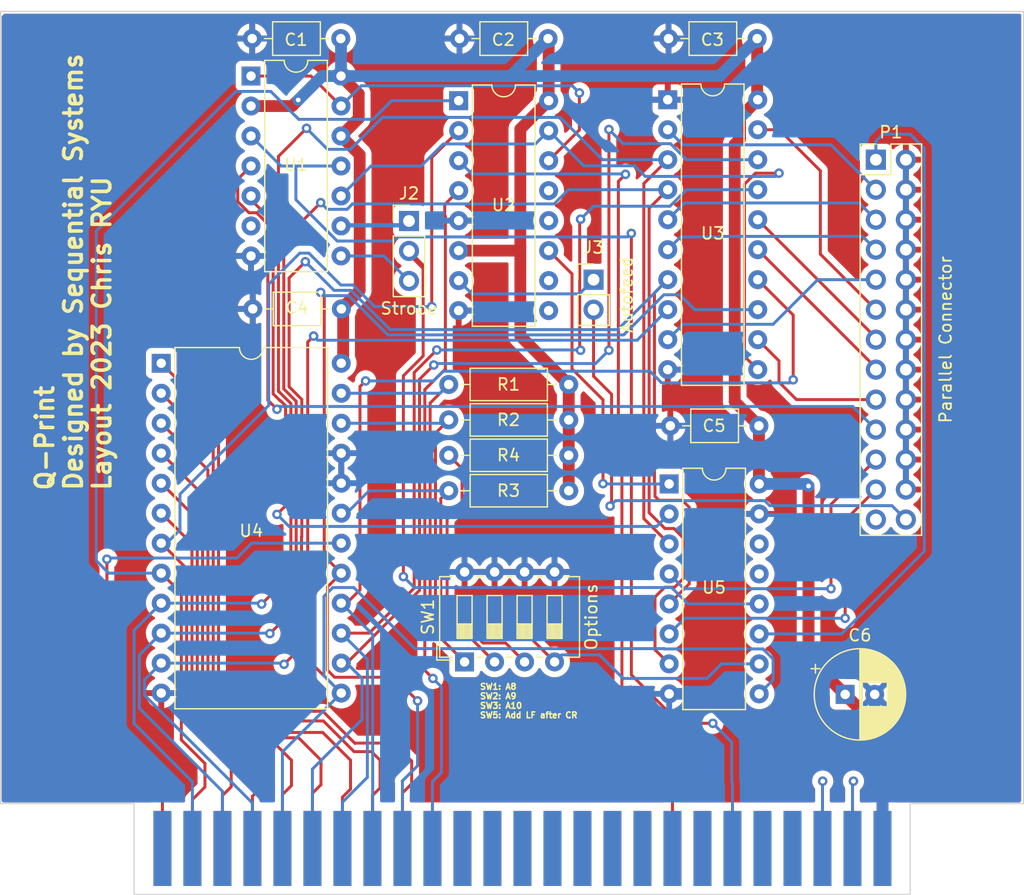
<source format=kicad_pcb>
(kicad_pcb (version 20221018) (generator pcbnew)
  (layers (0 "F.Cu" signal) (31 "B.Cu" signal) (34 "B.Paste" user) (35 "F.Paste" user) (36 "B.SilkS" user "B.Silkscreen") (37 "F.SilkS" user "F.Silkscreen") (38 "B.Mask" user) (39 "F.Mask" user) (44 "Edge.Cuts" user))
  (net 0 "")
  (net 1 "+5V")
  (net 2 "GND")
  (net 3 "~{IOSEL}")
  (net 4 "PD0")
  (net 5 "PD1")
  (net 6 "PD2")
  (net 7 "PD3")
  (net 8 "PD4")
  (net 9 "PD5")
  (net 10 "PD6")
  (net 11 "PD7")
  (net 17 "Net-(J3-Pin_1)")
  (net 21 "R{slash}~{W}")
  (net 26 "Net-(BUS1-~{INTIN})")
  (net 27 "Net-(BUS1-~{DMAIN})")
  (net 30 "~{RESET}")
  (net 34 "A7")
  (net 35 "A6")
  (net 36 "A5")
  (net 37 "A4")
  (net 38 "A3")
  (net 39 "A2")
  (net 40 "A1")
  (net 41 "A0")
  (net 48 "~{DEVSEL}")
  (net 50 "~{STROBE}")
  (net 51 "STROBE")
  (net 52 "P_AUTOFEED")
  (net 53 "P_STROBE")
  (net 54 "P_ACK")
  (net 55 "P_BUSY")
  (net 56 "D7")
  (net 57 "D6")
  (net 58 "D5")
  (net 59 "D4")
  (net 60 "D3")
  (net 61 "D2")
  (net 62 "D1")
  (net 63 "D0")
  (net 64 "P_PAPER_END")
  (net 65 "Net-(U4-A8)")
  (net 66 "Net-(U4-A9)")
  (net 67 "Net-(U4-A10)")
  (net 69 "AUTOFEED")
  (net 70 "FF_RESET")
  (net 72 "ACK")
  (net 73 "DATA_ENABLE")
  (net 74 "STATUS_ENABLE")
  (net 81 "Net-(J2-Pin_2)")
  (footprint "Connector_PinHeader_2.54mm:PinHeader_1x02_P2.54mm_Vertical" (layer "F.Cu") (at 113.175 47.725)
    (fp_text reference "J3")
    (fp_text value "Autofeed")
  )
  (footprint "apple2:Male_Card-Edge_50_pin__100_mil" (layer "F.Cu") (at 107.155 95.9)
    (fp_text reference "BUS1" hide)
    (fp_text value "A2Bus" hide)
  )
  (footprint "Capacitor_THT:C_Axial_L3.8mm_D2.6mm_P7.50mm_Horizontal" (layer "F.Cu") (at 91.775 27.3 180)
    (fp_text reference "C1")
    (fp_text value "0.1")
  )
  (footprint "Capacitor_THT:C_Axial_L3.8mm_D2.6mm_P7.50mm_Horizontal" (layer "F.Cu") (at 91.825 50.2 180)
    (fp_text reference "C4")
    (fp_text value "0.1")
  )
  (footprint "Package_DIP:DIP-14_W7.62mm" (layer "F.Cu") (at 84.175 30.475)
    (fp_text reference "U1")
    (fp_text value "74LS74")
  )
  (footprint "Capacitor_THT:C_Axial_L3.8mm_D2.6mm_P7.50mm_Horizontal" (layer "F.Cu") (at 109.325 27.3 180)
    (fp_text reference "C2")
    (fp_text value "0.1")
  )
  (footprint "Resistor_THT:R_Axial_DIN0207_L6.3mm_D2.5mm_P10.16mm_Horizontal" (layer "F.Cu") (at 111.075 56.6 180)
    (fp_text reference "R1")
    (fp_text value "10k")
  )
  (footprint "Button_Switch_THT:SW_DIP_SPSTx04_Slide_6.7x11.72mm_W7.62mm_P2.54mm_LowProfile" (layer "F.Cu") (at 102.255 80.1 90)
    (fp_text reference "SW1")
    (fp_text value "Options")
  )
  (footprint "Connector_PinHeader_2.54mm:PinHeader_1x03_P2.54mm_Vertical" (layer "F.Cu") (at 97.55 42.75)
    (fp_text reference "J2")
    (fp_text value "Strobe")
  )
  (footprint "Resistor_THT:R_Axial_DIN0207_L6.3mm_D2.5mm_P10.16mm_Horizontal" (layer "F.Cu") (at 111.075 65.6 180)
    (fp_text reference "R3")
    (fp_text value "10k")
  )
  (footprint "Capacitor_THT:CP_Radial_D7.5mm_P2.50mm" (layer "F.Cu") (at 134.475 82.85)
    (fp_text reference "C6")
    (fp_text value "1uF")
  )
  (footprint "Package_DIP:DIP-16_W7.62mm" (layer "F.Cu") (at 101.755 32.56)
    (fp_text reference "U2")
    (fp_text value "74LS138")
  )
  (footprint "Package_DIP:DIP-24_W15.24mm" (layer "F.Cu") (at 76.575 54.8)
    (fp_text reference "U4")
    (fp_text value "2732")
  )
  (footprint "Capacitor_THT:C_Axial_L3.8mm_D2.6mm_P7.50mm_Horizontal" (layer "F.Cu") (at 127.025 27.3 180)
    (fp_text reference "C3")
    (fp_text value "0.1")
  )
  (footprint "Resistor_THT:R_Axial_DIN0207_L6.3mm_D2.5mm_P10.16mm_Horizontal" (layer "F.Cu") (at 111.075 59.6 180)
    (fp_text reference "R2")
    (fp_text value "10k")
  )
  (footprint "Package_DIP:DIP-16_W7.62mm" (layer "F.Cu") (at 119.575 65.025)
    (fp_text reference "U5")
    (fp_text value "74LS367")
  )
  (footprint "Capacitor_THT:C_Axial_L3.8mm_D2.6mm_P7.50mm_Horizontal" (layer "F.Cu") (at 127.175 60.1 180)
    (fp_text reference "C5")
    (fp_text value "0.1")
  )
  (footprint "Package_DIP:DIP-20_W7.62mm" (layer "F.Cu") (at 119.455 32.48)
    (fp_text reference "U3")
    (fp_text value "74LS374")
  )
  (footprint "Resistor_THT:R_Axial_DIN0207_L6.3mm_D2.5mm_P10.16mm_Horizontal" (layer "F.Cu") (at 111.075 62.6 180)
    (fp_text reference "R4")
    (fp_text value "10k")
  )
  (footprint "apple2:Parallel Connector" (layer "F.Cu") (at 137.075 37.56)
    (fp_text reference "P1")
    (fp_text value "Parallel Connector")
  )
  (gr_line (start 139.975 99.8) (end 74.275 99.8) (stroke (width 0.1)) (layer "Edge.Cuts"))
  (gr_line (start 149.575 92.1) (end 139.975 92.1) (stroke (width 0.1)) (layer "Edge.Cuts"))
  (gr_line (start 139.975 92.1) (end 139.975 99.8) (stroke (width 0.1)) (layer "Edge.Cuts"))
  (gr_line (start 149.575 25) (end 149.575 92.1) (stroke (width 0.1)) (layer "Edge.Cuts"))
  (gr_line (start 62.975 92.1) (end 74.275 92.1) (stroke (width 0.1)) (layer "Edge.Cuts"))
  (gr_line (start 74.275 99.8) (end 74.275 92.1) (stroke (width 0.1)) (layer "Edge.Cuts"))
  (gr_line (start 62.975 25) (end 62.975 92.1) (stroke (width 0.1)) (layer "Edge.Cuts"))
  (gr_line (start 149.575 25) (end 62.975 25) (stroke (width 0.1)) (layer "Edge.Cuts"))
  (gr_text "SW1: A8\nSW2: A9\nSW3: A10\nSW5: Add LF after CR" (at 103.5 84.9) (layer "F.SilkS") (effects (font (size 0.5 0.5) (thickness 0.125)) (justify left bottom)))
  (gr_text "Q-Print\nDesigned by Sequential Systems\nLayout 2023 Chris RYU" (at 72.425 65.725 90) (layer "F.SilkS") (effects (font (size 1.5 1.5) (thickness 0.3) bold) (justify left bottom)))
  (segment (start 93.295 31.975) (end 93.295 34.055) (width 1) (layer "F.Cu") (net 1))
  (segment (start 93.295 34.055) (end 91.795 35.555) (width 1) (layer "F.Cu") (net 1))
  (segment (start 93.375 48.633274) (end 91.975 50.033274) (width 1) (layer "F.Cu") (net 1))
  (segment (start 127.175 60.1) (end 127.175 65.005) (width 1) (layer "F.Cu") (net 1))
  (segment (start 111.075 56.6) (end 106.975 52.5) (width 1) (layer "F.Cu") (net 1))
  (segment (start 137.635 86.043679) (end 137.635 95.9) (width 1) (layer "F.Cu") (net 1))
  (segment (start 111.075 62.6) (end 111.075 65.6) (width 1) (layer "F.Cu") (net 1))
  (segment (start 91.795 35.555) (end 93.375 37.135) (width 1) (layer "F.Cu") (net 1))
  (segment (start 106.975 34.96) (end 109.375 32.56) (width 1) (layer "F.Cu") (net 1))
  (segment (start 84.175 33.015) (end 87.66 33.015) (width 1) (layer "F.Cu") (net 1))
  (segment (start 111.075 56.6) (end 111.075 59.6) (width 1) (layer "F.Cu") (net 1))
  (segment (start 134.475 82.85) (end 131.375 79.75) (width 1) (layer "F.Cu") (net 1))
  (segment (start 137.635 86.01) (end 137.635 95.9) (width 1) (layer "F.Cu") (net 1))
  (segment (start 125.575 33.98) (end 125.575 35.8) (width 1) (layer "F.Cu") (net 1))
  (segment (start 91.795 30.475) (end 93.295 31.975) (width 1) (layer "F.Cu") (net 1))
  (segment (start 91.975 50.2) (end 91.975 54.5) (width 1) (layer "F.Cu") (net 1))
  (segment (start 125.125 36.25) (end 125.125 58.05) (width 1) (layer "F.Cu") (net 1))
  (segment (start 127.025 27.6) (end 127.025 32.43) (width 1) (layer "F.Cu") (net 1))
  (segment (start 127.075 32.48) (end 125.575 33.98) (width 1) (layer "F.Cu") (net 1))
  (segment (start 87.66 33.015) (end 88.175 32.5) (width 1) (layer "F.Cu") (net 1))
  (segment (start 131.375 79.783679) (end 137.635 86.043679) (width 1) (layer "F.Cu") (net 1))
  (segment (start 125.575 35.8) (end 125.125 36.25) (width 1) (layer "F.Cu") (net 1))
  (segment (start 109.375 32.56) (end 109.375 27.35) (width 1) (layer "F.Cu") (net 1))
  (segment (start 131.375 79.75) (end 131.375 65.2) (width 1) (layer "F.Cu") (net 1))
  (segment (start 106.975 45) (end 106.975 34.96) (width 1) (layer "F.Cu") (net 1))
  (segment (start 106.975 52.5) (end 106.975 45) (width 1) (layer "F.Cu") (net 1))
  (segment (start 134.475 82.85) (end 137.635 86.01) (width 1) (layer "F.Cu") (net 1))
  (segment (start 101.755 45.26) (end 106.715 45.26) (width 1) (layer "F.Cu") (net 1))
  (segment (start 91.825 50.2) (end 91.825 54.79) (width 0.25) (layer "F.Cu") (net 1))
  (segment (start 125.125 58.05) (end 127.175 60.1) (width 1) (layer "F.Cu") (net 1))
  (segment (start 93.375 37.135) (end 93.375 48.633274) (width 1) (layer "F.Cu") (net 1))
  (segment (start 111.075 59.6) (end 111.075 62.6) (width 1) (layer "F.Cu") (net 1))
  (segment (start 131.375 79.783679) (end 131.375 65.2) (width 1) (layer "F.Cu") (net 1))
  (segment (start 106.715 45.26) (end 106.975 45) (width 1) (layer "F.Cu") (net 1))
  (via (at 131.375 65.2) (size 0.8) (drill 0.4) (layers "F.Cu" "B.Cu") (net 1))
  (via (at 88.175 32.5) (size 0.8) (drill 0.4) (layers "F.Cu" "B.Cu") (net 1))
  (segment (start 131.2 65.025) (end 131.375 65.2) (width 1) (layer "B.Cu") (net 1))
  (segment (start 91.795 30.475) (end 91.795 27.32) (width 1) (layer "B.Cu") (net 1))
  (segment (start 90.2 30.475) (end 88.175 32.5) (width 1) (layer "B.Cu") (net 1))
  (segment (start 123.85 30.475) (end 127.025 27.3) (width 1) (layer "B.Cu") (net 1))
  (segment (start 91.795 30.475) (end 106.15 30.475) (width 1) (layer "B.Cu") (net 1))
  (segment (start 127.195 65.025) (end 131.2 65.025) (width 1) (layer "B.Cu") (net 1))
  (segment (start 106.15 30.475) (end 109.325 27.3) (width 1) (layer "B.Cu") (net 1))
  (segment (start 106.15 30.475) (end 123.85 30.475) (width 1) (layer "B.Cu") (net 1))
  (segment (start 91.795 30.475) (end 90.2 30.475) (width 1) (layer "B.Cu") (net 1))
  (segment (start 119.455 27.67) (end 119.525 27.6) (width 1) (layer "F.Cu") (net 2))
  (segment (start 137.635 90.26) (end 137.635 91.65) (width 1) (layer "B.Cu") (net 2))
  (segment (start 137.635 91.65) (end 137.635 95.9) (width 1) (layer "B.Cu") (net 2))
  (segment (start 133.475 86.1) (end 137.635 90.26) (width 1) (layer "B.Cu") (net 2))
  (segment (start 123.590317 84.059683) (end 125.630635 86.1) (width 1) (layer "B.Cu") (net 2))
  (segment (start 137.635 91.65) (end 136.975 90.99) (width 1) (layer "B.Cu") (net 2))
  (segment (start 125.630635 86.1) (end 133.475 86.1) (width 1) (layer "B.Cu") (net 2))
  (segment (start 123.590317 84.059683) (end 122.335634 82.805) (width 1) (layer "B.Cu") (net 2))
  (segment (start 122.335634 82.805) (end 119.575 82.805) (width 1) (layer "B.Cu") (net 2))
  (segment (start 136.975 90.99) (end 136.975 82.85) (width 1) (layer "B.Cu") (net 2))
  (segment (start 71.975 87.2) (end 76.675 91.9) (width 0.25) (layer "F.Cu") (net 3))
  (segment (start 76.675 91.9) (end 76.675 95.9) (width 0.25) (layer "F.Cu") (net 3))
  (segment (start 71.975 71.4) (end 71.975 87.2) (width 0.25) (layer "F.Cu") (net 3))
  (via (at 71.975 71.4) (size 0.8) (drill 0.4) (layers "F.Cu" "B.Cu") (net 3))
  (segment (start 92.275 70.04) (end 84.235 70.04) (width 0.25) (layer "B.Cu") (net 3))
  (segment (start 72.075 71.3) (end 71.975 71.4) (width 0.25) (layer "B.Cu") (net 3))
  (segment (start 82.975 71.3) (end 72.075 71.3) (width 0.25) (layer "B.Cu") (net 3))
  (segment (start 84.235 70.04) (end 82.975 71.3) (width 0.25) (layer "B.Cu") (net 3))
  (segment (start 137.075 40.1) (end 133.275 36.3) (width 0.25) (layer "B.Cu") (net 4))
  (segment (start 120.735 36.3) (end 119.455 35.02) (width 0.25) (layer "B.Cu") (net 4))
  (segment (start 133.275 36.3) (end 120.735 36.3) (width 0.25) (layer "B.Cu") (net 4))
  (segment (start 120.87 41.225) (end 135.66 41.225) (width 0.25) (layer "B.Cu") (net 5))
  (segment (start 135.66 41.225) (end 137.075 42.64) (width 0.25) (layer "B.Cu") (net 5))
  (segment (start 119.455 42.64) (end 120.87 41.225) (width 0.25) (layer "B.Cu") (net 5))
  (segment (start 123.875 44.055) (end 135.95 44.055) (width 0.25) (layer "B.Cu") (net 6))
  (segment (start 123.83 44.1) (end 123.875 44.055) (width 0.25) (layer "B.Cu") (net 6))
  (segment (start 135.95 44.055) (end 137.075 45.18) (width 0.25) (layer "B.Cu") (net 6))
  (segment (start 119.455 45.18) (end 120.535 44.1) (width 0.25) (layer "B.Cu") (net 6))
  (segment (start 120.535 44.1) (end 123.83 44.1) (width 0.25) (layer "B.Cu") (net 6))
  (segment (start 128.375 51.5) (end 120.755 51.5) (width 0.25) (layer "B.Cu") (net 7))
  (segment (start 132.155 47.72) (end 128.375 51.5) (width 0.25) (layer "B.Cu") (net 7))
  (segment (start 120.755 51.5) (end 119.455 52.8) (width 0.25) (layer "B.Cu") (net 7))
  (segment (start 137.075 47.72) (end 132.155 47.72) (width 0.25) (layer "B.Cu") (net 7))
  (segment (start 128.895 35.02) (end 132.375 38.5) (width 0.25) (layer "F.Cu") (net 8))
  (segment (start 132.375 45.56) (end 137.075 50.26) (width 0.25) (layer "F.Cu") (net 8))
  (segment (start 127.075 35.02) (end 128.895 35.02) (width 0.25) (layer "F.Cu") (net 8))
  (segment (start 132.375 38.5) (end 132.375 45.56) (width 0.25) (layer "F.Cu") (net 8))
  (segment (start 127.075 42.64) (end 137.075 52.64) (width 0.25) (layer "F.Cu") (net 9))
  (segment (start 127.075 45.18) (end 137.075 55.18) (width 0.25) (layer "F.Cu") (net 10))
  (segment (start 127.075 52.8) (end 128.875 54.6) (width 0.25) (layer "F.Cu") (net 11))
  (segment (start 130.355 57.88) (end 137.075 57.88) (width 0.25) (layer "F.Cu") (net 11))
  (segment (start 128.875 54.6) (end 128.875 56.4) (width 0.25) (layer "F.Cu") (net 11))
  (segment (start 128.875 56.4) (end 130.355 57.88) (width 0.25) (layer "F.Cu") (net 11))
  (segment (start 101.755 47.8) (end 102.88 48.925) (width 0.25) (layer "B.Cu") (net 17))
  (segment (start 111.975 48.925) (end 113.175 47.725) (width 0.25) (layer "B.Cu") (net 17))
  (segment (start 102.88 48.925) (end 111.975 48.925) (width 0.25) (layer "B.Cu") (net 17))
  (segment (start 115.275 59.3) (end 115.575 59.6) (width 0.25) (layer "F.Cu") (net 21))
  (segment (start 115.275 39.4) (end 115.275 59.3) (width 0.25) (layer "F.Cu") (net 21))
  (segment (start 119.075 87.7) (end 119.875 87.7) (width 0.25) (layer "F.Cu") (net 21))
  (segment (start 115.575 84.2) (end 119.075 87.7) (width 0.25) (layer "F.Cu") (net 21))
  (segment (start 115.875 38.8) (end 115.275 39.4) (width 0.25) (layer "F.Cu") (net 21))
  (segment (start 119.855 95.9) (end 119.855 87.72) (width 0.25) (layer "F.Cu") (net 21))
  (segment (start 119.855 87.72) (end 119.875 87.7) (width 0.25) (layer "F.Cu") (net 21))
  (segment (start 115.575 59.6) (end 115.575 84.2) (width 0.25) (layer "F.Cu") (net 21))
  (via (at 115.875 38.8) (size 0.8) (drill 0.4) (layers "F.Cu" "B.Cu") (net 21))
  (segment (start 101.755 37.64) (end 102.88 38.765) (width 0.25) (layer "B.Cu") (net 21))
  (segment (start 115.84 38.765) (end 115.875 38.8) (width 0.25) (layer "B.Cu") (net 21))
  (segment (start 102.88 38.765) (end 115.84 38.765) (width 0.25) (layer "B.Cu") (net 21))
  (segment (start 132.555 90.22) (end 132.555 95.9) (width 0.25) (layer "F.Cu") (net 26))
  (segment (start 132.575 90.2) (end 132.555 90.22) (width 0.25) (layer "F.Cu") (net 26))
  (via (at 132.575 90.2) (size 0.8) (drill 0.4) (layers "F.Cu" "B.Cu") (net 26))
  (segment (start 132.555 95.9) (end 132.555 90.22) (width 0.25) (layer "B.Cu") (net 26))
  (segment (start 132.555 90.22) (end 132.575 90.2) (width 0.25) (layer "B.Cu") (net 26))
  (segment (start 135.175 90.2) (end 135.095 90.28) (width 0.25) (layer "F.Cu") (net 27))
  (segment (start 135.095 90.28) (end 135.095 95.9) (width 0.25) (layer "F.Cu") (net 27))
  (via (at 135.175 90.2) (size 0.8) (drill 0.4) (layers "F.Cu" "B.Cu") (net 27))
  (segment (start 135.095 95.9) (end 135.095 90.28) (width 0.25) (layer "B.Cu") (net 27))
  (segment (start 135.095 90.28) (end 135.175 90.2) (width 0.25) (layer "B.Cu") (net 27))
  (segment (start 120.479009 85.3) (end 123.275 85.3) (width 0.25) (layer "F.Cu") (net 30))
  (segment (start 116.375 43.8) (end 116.375 81.195991) (width 0.25) (layer "F.Cu") (net 30))
  (segment (start 116.375 81.195991) (end 120.479009 85.3) (width 0.25) (layer "F.Cu") (net 30))
  (via (at 123.275 85.3) (size 0.8) (drill 0.4) (layers "F.Cu" "B.Cu") (net 30))
  (via (at 116.375 43.8) (size 0.8) (drill 0.4) (layers "F.Cu" "B.Cu") (net 30))
  (segment (start 86.715 38.095) (end 84.175 35.555) (width 0.25) (layer "B.Cu") (net 30))
  (segment (start 96.2 44.45) (end 96.55 44.1) (width 0.25) (layer "B.Cu") (net 30))
  (segment (start 124.875 86.9) (end 123.275 85.3) (width 0.25) (layer "B.Cu") (net 30))
  (segment (start 87.975 40.945991) (end 87.975 38.095) (width 0.25) (layer "B.Cu") (net 30))
  (segment (start 124.875 90.3) (end 124.875 86.9) (width 0.25) (layer "B.Cu") (net 30))
  (segment (start 91.479009 44.45) (end 96.2 44.45) (width 0.25) (layer "B.Cu") (net 30))
  (segment (start 87.975 38.095) (end 86.715 38.095) (width 0.25) (layer "B.Cu") (net 30))
  (segment (start 87.975 40.945991) (end 91.479009 44.45) (width 0.25) (layer "B.Cu") (net 30))
  (segment (start 124.935 95.9) (end 124.935 90.36) (width 0.25) (layer "B.Cu") (net 30))
  (segment (start 116.375 43.8) (end 116.075 44.1) (width 0.25) (layer "B.Cu") (net 30))
  (segment (start 124.935 90.36) (end 124.875 90.3) (width 0.25) (layer "B.Cu") (net 30))
  (segment (start 96.55 44.1) (end 116.075 44.1) (width 0.25) (layer "B.Cu") (net 30))
  (segment (start 91.795 38.095) (end 87.975 38.095) (width 0.25) (layer "B.Cu") (net 30))
  (segment (start 96.25 86.975) (end 97.775 88.5) (width 0.25) (layer "F.Cu") (net 34))
  (segment (start 90.256802 84.281802) (end 92.975 87) (width 0.25) (layer "F.Cu") (net 34))
  (segment (start 81.425 59.65) (end 76.575 54.8) (width 0.25) (layer "F.Cu") (net 34))
  (segment (start 92.975 87) (end 93 86.975) (width 0.25) (layer "F.Cu") (net 34))
  (segment (start 93 86.975) (end 96.25 86.975) (width 0.25) (layer "F.Cu") (net 34))
  (segment (start 81.425 83.113604) (end 82.593198 84.281802) (width 0.25) (layer "F.Cu") (net 34))
  (segment (start 96.995 91.205305) (end 96.995 95.9) (width 0.25) (layer "F.Cu") (net 34))
  (segment (start 97.775 90.425305) (end 96.995 91.205305) (width 0.25) (layer "F.Cu") (net 34))
  (segment (start 81.425 59.65) (end 81.425 83.113604) (width 0.25) (layer "F.Cu") (net 34))
  (segment (start 82.593198 84.281802) (end 90.256802 84.281802) (width 0.25) (layer "F.Cu") (net 34))
  (segment (start 97.775 88.5) (end 97.775 90.425305) (width 0.25) (layer "F.Cu") (net 34))
  (segment (start 95.1 90.775) (end 94.455 91.42) (width 0.25) (layer "F.Cu") (net 35))
  (segment (start 90.300305 85.1) (end 92.900305 87.7) (width 0.25) (layer "F.Cu") (net 35))
  (segment (start 82.775 85.1) (end 90.300305 85.1) (width 0.25) (layer "F.Cu") (net 35))
  (segment (start 80.975 61.74) (end 76.575 57.34) (width 0.25) (layer "F.Cu") (net 35))
  (segment (start 94.455 91.42) (end 94.455 95.9) (width 0.25) (layer "F.Cu") (net 35))
  (segment (start 92.900305 87.7) (end 94.375 87.7) (width 0.25) (layer "F.Cu") (net 35))
  (segment (start 94.375 87.7) (end 95.1 88.425) (width 0.25) (layer "F.Cu") (net 35))
  (segment (start 95.1 88.425) (end 95.1 90.775) (width 0.25) (layer "F.Cu") (net 35))
  (segment (start 80.975 61.74) (end 80.975 83.3) (width 0.25) (layer "F.Cu") (net 35))
  (segment (start 80.975 83.3) (end 82.775 85.1) (width 0.25) (layer "F.Cu") (net 35))
  (segment (start 92.6 90.875) (end 92.6 88.425) (width 0.25) (layer "F.Cu") (net 36))
  (segment (start 80.525 83.513604) (end 83.086396 86.075) (width 0.25) (layer "F.Cu") (net 36))
  (segment (start 91.915 91.56) (end 92.6 90.875) (width 0.25) (layer "F.Cu") (net 36))
  (segment (start 80.525 63.83) (end 76.575 59.88) (width 0.25) (layer "F.Cu") (net 36))
  (segment (start 83.086396 86.075) (end 90.25 86.075) (width 0.25) (layer "F.Cu") (net 36))
  (segment (start 90.25 86.075) (end 92.6 88.425) (width 0.25) (layer "F.Cu") (net 36))
  (segment (start 91.915 95.9) (end 91.915 91.56) (width 0.25) (layer "F.Cu") (net 36))
  (segment (start 80.525 63.83) (end 80.525 83.513604) (width 0.25) (layer "F.Cu") (net 36))
  (segment (start 89.375 91.2) (end 89.375 95.9) (width 0.25) (layer "F.Cu") (net 37))
  (segment (start 83.2 86.525) (end 88.2 86.525) (width 0.25) (layer "F.Cu") (net 37))
  (segment (start 88.2 86.525) (end 90.1 88.425) (width 0.25) (layer "F.Cu") (net 37))
  (segment (start 83.175 86.55) (end 83.2 86.525) (width 0.25) (layer "F.Cu") (net 37))
  (segment (start 80.075 65.92) (end 76.575 62.42) (width 0.25) (layer "F.Cu") (net 37))
  (segment (start 89.400305 91.2) (end 89.375 91.2) (width 0.25) (layer "F.Cu") (net 37))
  (segment (start 90.1 88.425) (end 90.1 90.500305) (width 0.25) (layer "F.Cu") (net 37))
  (segment (start 80.075 83.7) (end 82.925 86.55) (width 0.25) (layer "F.Cu") (net 37))
  (segment (start 90.1 90.500305) (end 89.400305 91.2) (width 0.25) (layer "F.Cu") (net 37))
  (segment (start 82.925 86.55) (end 83.175 86.55) (width 0.25) (layer "F.Cu") (net 37))
  (segment (start 80.075 65.92) (end 80.075 83.7) (width 0.25) (layer "F.Cu") (net 37))
  (segment (start 79.625 68.01) (end 76.575 64.96) (width 0.25) (layer "F.Cu") (net 38))
  (segment (start 79.625 68.01) (end 79.625 83.888298) (width 0.25) (layer "F.Cu") (net 38))
  (segment (start 82.736701 87) (end 83.575 87) (width 0.25) (layer "F.Cu") (net 38))
  (segment (start 83.6 86.975) (end 86.15 86.975) (width 0.25) (layer "F.Cu") (net 38))
  (segment (start 86.15 86.975) (end 87.6 88.425) (width 0.25) (layer "F.Cu") (net 38))
  (segment (start 79.625 83.888298) (end 82.736701 87) (width 0.25) (layer "F.Cu") (net 38))
  (segment (start 83.575 87) (end 83.6 86.975) (width 0.25) (layer "F.Cu") (net 38))
  (segment (start 87.6 88.425) (end 87.6 90.575) (width 0.25) (layer "F.Cu") (net 38))
  (segment (start 87.6 90.575) (end 86.835 91.34) (width 0.25) (layer "F.Cu") (net 38))
  (segment (start 86.835 91.34) (end 86.835 95.9) (width 0.25) (layer "F.Cu") (net 38))
  (segment (start 84.375 87.7) (end 85.1 88.425) (width 0.25) (layer "F.Cu") (net 39))
  (segment (start 79.175 70.1) (end 76.575 67.5) (width 0.25) (layer "F.Cu") (net 39))
  (segment (start 82.800305 87.7) (end 79.175 84.074695) (width 0.25) (layer "F.Cu") (net 39))
  (segment (start 85.1 88.425) (end 85.1 90.675) (width 0.25) (layer "F.Cu") (net 39))
  (segment (start 85.1 90.675) (end 84.295 91.48) (width 0.25) (layer "F.Cu") (net 39))
  (segment (start 79.175 84.074695) (end 79.175 70.1) (width 0.25) (layer "F.Cu") (net 39))
  (segment (start 84.375 87.7) (end 82.800305 87.7) (width 0.25) (layer "F.Cu") (net 39))
  (segment (start 84.295 91.48) (end 84.295 95.9) (width 0.25) (layer "F.Cu") (net 39))
  (segment (start 81.755 95.9) (end 81.755 91.42) (width 0.25) (layer "F.Cu") (net 40))
  (segment (start 78.725 84.65) (end 82.5 88.425) (width 0.25) (layer "F.Cu") (net 40))
  (segment (start 78.725 72.19) (end 78.725 84.65) (width 0.25) (layer "F.Cu") (net 40))
  (segment (start 78.725 72.19) (end 76.575 70.04) (width 0.25) (layer "F.Cu") (net 40))
  (segment (start 81.755 91.42) (end 82.5 90.675) (width 0.25) (layer "F.Cu") (net 40))
  (segment (start 99.475 50) (end 99.475 37.38) (width 0.25) (layer "F.Cu") (net 40))
  (segment (start 82.5 90.675) (end 82.5 88.425) (width 0.25) (layer "F.Cu") (net 40))
  (segment (start 99.475 37.38) (end 101.755 35.1) (width 0.25) (layer "F.Cu") (net 40))
  (via (at 99.475 50) (size 0.8) (drill 0.4) (layers "F.Cu" "B.Cu") (net 40))
  (segment (start 92.813784 48.175) (end 94.638784 50) (width 0.25) (layer "B.Cu") (net 40))
  (segment (start 78.16 68.915) (end 78.16 65.889695) (width 0.25) (layer "B.Cu") (net 40))
  (segment (start 85.675 58.374695) (end 85.675 48.1) (width 0.25) (layer "B.Cu") (net 40))
  (segment (start 89.075305 45.475) (end 91.775304 48.175) (width 0.25) (layer "B.Cu") (net 40))
  (segment (start 78.16 65.889695) (end 85.675 58.374695) (width 0.25) (layer "B.Cu") (net 40))
  (segment (start 88.3 45.475) (end 89.075305 45.475) (width 0.25) (layer "B.Cu") (net 40))
  (segment (start 91.775304 48.175) (end 92.813784 48.175) (width 0.25) (layer "B.Cu") (net 40))
  (segment (start 94.638784 50) (end 99.475 50) (width 0.25) (layer "B.Cu") (net 40))
  (segment (start 85.675 48.1) (end 88.3 45.475) (width 0.25) (layer "B.Cu") (net 40))
  (segment (start 77.035 70.04) (end 78.16 68.915) (width 0.25) (layer "B.Cu") (net 40))
  (segment (start 80.275 90.7) (end 80.275 88.7) (width 0.25) (layer "F.Cu") (net 41))
  (segment (start 79.215 91.76) (end 80.275 90.7) (width 0.25) (layer "F.Cu") (net 41))
  (segment (start 79.215 95.9) (end 79.215 91.76) (width 0.25) (layer "F.Cu") (net 41))
  (segment (start 78.275 86.7) (end 80.275 88.7) (width 0.25) (layer "F.Cu") (net 41))
  (segment (start 78.275 86.7) (end 78.275 74.28) (width 0.25) (layer "F.Cu") (net 41))
  (segment (start 78.275 74.28) (end 76.575 72.58) (width 0.25) (layer "F.Cu") (net 41))
  (segment (start 85.85 31.775) (end 88.215 34.14) (width 0.25) (layer "B.Cu") (net 41))
  (segment (start 88.215 34.14) (end 94.498604 34.14) (width 0.25) (layer "B.Cu") (net 41))
  (segment (start 82.9 31.775) (end 85.85 31.775) (width 0.25) (layer "B.Cu") (net 41))
  (segment (start 72.129695 72.58) (end 71.075 71.525305) (width 0.25) (layer "B.Cu") (net 41))
  (segment (start 94.498604 34.14) (end 96.078604 32.56) (width 0.25) (layer "B.Cu") (net 41))
  (segment (start 96.078604 32.56) (end 101.755 32.56) (width 0.25) (layer "B.Cu") (net 41))
  (segment (start 77.035 72.58) (end 72.129695 72.58) (width 0.25) (layer "B.Cu") (net 41))
  (segment (start 71.075 43.6) (end 82.9 31.775) (width 0.25) (layer "B.Cu") (net 41))
  (segment (start 71.075 71.525305) (end 71.075 43.6) (width 0.25) (layer "B.Cu") (net 41))
  (segment (start 100.575 41.36) (end 100.575 42.3) (width 0.25) (layer "F.Cu") (net 48))
  (segment (start 101.755 40.18) (end 100.575 41.36) (width 0.25) (layer "F.Cu") (net 48))
  (segment (start 100.63 55.294009) (end 98.89 57.034009) (width 0.25) (layer "F.Cu") (net 48))
  (segment (start 100.63 42.355) (end 100.63 55.294009) (width 0.25) (layer "F.Cu") (net 48))
  (segment (start 98.89 80.815) (end 99.575 81.5) (width 0.25) (layer "F.Cu") (net 48))
  (segment (start 100.575 42.3) (end 100.63 42.355) (width 0.25) (layer "F.Cu") (net 48))
  (segment (start 98.89 57.034009) (end 98.89 80.815) (width 0.25) (layer "F.Cu") (net 48))
  (via (at 99.575 81.5) (size 0.8) (drill 0.4) (layers "F.Cu" "B.Cu") (net 48))
  (segment (start 99.535 90.24) (end 99.535 95.9) (width 0.25) (layer "B.Cu") (net 48))
  (segment (start 100.3 82.225) (end 100.3 89.475) (width 0.25) (layer "B.Cu") (net 48))
  (segment (start 100.3 89.475) (end 99.575 90.2) (width 0.25) (layer "B.Cu") (net 48))
  (segment (start 99.575 90.2) (end 99.535 90.24) (width 0.25) (layer "B.Cu") (net 48))
  (segment (start 99.575 81.5) (end 100.3 82.225) (width 0.25) (layer "B.Cu") (net 48))
  (segment (start 95.435 45.715) (end 97.55 47.83) (width 0.25) (layer "B.Cu") (net 50))
  (segment (start 91.795 45.715) (end 95.435 45.715) (width 0.25) (layer "B.Cu") (net 50))
  (segment (start 91.795 43.175) (end 97.125 43.175) (width 0.25) (layer "B.Cu") (net 51))
  (segment (start 97.575 43.06) (end 91.91 43.06) (width 0.25) (layer "B.Cu") (net 51))
  (segment (start 114.7 57.425) (end 114.7 66.775) (width 0.25) (layer "F.Cu") (net 52))
  (segment (start 113.175 50.265) (end 113.175 55.9) (width 0.25) (layer "F.Cu") (net 52))
  (segment (start 114.7 66.775) (end 114.575 66.9) (width 0.25) (layer "F.Cu") (net 52))
  (segment (start 113.175 55.9) (end 114.7 57.425) (width 0.25) (layer "F.Cu") (net 52))
  (via (at 114.575 66.9) (size 0.8) (drill 0.4) (layers "F.Cu" "B.Cu") (net 52))
  (segment (start 115.035 66.44) (end 114.575 66.9) (width 0.25) (layer "B.Cu") (net 52))
  (segment (start 139.615 68.04) (end 138.44 66.865) (width 0.25) (layer "B.Cu") (net 52))
  (segment (start 138.44 66.865) (end 128.085991 66.865) (width 0.25) (layer "B.Cu") (net 52))
  (segment (start 127.660991 66.44) (end 115.035 66.44) (width 0.25) (layer "B.Cu") (net 52))
  (segment (start 128.085991 66.865) (end 127.660991 66.44) (width 0.25) (layer "B.Cu") (net 52))
  (segment (start 141.175 36.6) (end 141.175 70.725305) (width 0.25) (layer "B.Cu") (net 53))
  (segment (start 137.075 36) (end 137.675 35.4) (width 0.25) (layer "B.Cu") (net 53))
  (segment (start 141.175 70.725305) (end 134.175305 77.725) (width 0.25) (layer "B.Cu") (net 53))
  (segment (start 137.675 35.4) (end 139.975 35.4) (width 0.25) (layer "B.Cu") (net 53))
  (segment (start 134.175305 77.725) (end 127.195 77.725) (width 0.25) (layer "B.Cu") (net 53))
  (segment (start 137.075 37.56) (end 137.075 36) (width 0.25) (layer "B.Cu") (net 53))
  (segment (start 139.975 35.4) (end 141.175 36.6) (width 0.25) (layer "B.Cu") (net 53))
  (segment (start 83.05 39.22) (end 84.175 38.095) (width 0.25) (layer "F.Cu") (net 54))
  (segment (start 86.375 58.7) (end 85.6 57.925) (width 0.25) (layer "F.Cu") (net 54))
  (segment (start 83.999009 42.05) (end 83.05 41.100991) (width 0.25) (layer "F.Cu") (net 54))
  (segment (start 84.640991 42.05) (end 83.999009 42.05) (width 0.25) (layer "F.Cu") (net 54))
  (segment (start 85.6 43.009008) (end 84.640991 42.05) (width 0.25) (layer "F.Cu") (net 54))
  (segment (start 83.05 41.100991) (end 83.05 39.22) (width 0.25) (layer "F.Cu") (net 54))
  (segment (start 85.6 57.925) (end 85.6 43.009008) (width 0.25) (layer "F.Cu") (net 54))
  (via (at 86.375 58.7) (size 0.8) (drill 0.4) (layers "F.Cu" "B.Cu") (net 54))
  (segment (start 135.12 58.465) (end 137.075 60.42) (width 0.25) (layer "B.Cu") (net 54))
  (segment (start 86.375 58.7) (end 86.61 58.465) (width 0.25) (layer "B.Cu") (net 54))
  (segment (start 86.61 58.465) (end 135.12 58.465) (width 0.25) (layer "B.Cu") (net 54))
  (segment (start 133.275 66.76) (end 133.275 73.9) (width 0.25) (layer "F.Cu") (net 55))
  (segment (start 137.075 62.96) (end 133.275 66.76) (width 0.25) (layer "F.Cu") (net 55))
  (via (at 133.275 73.9) (size 0.8) (drill 0.4) (layers "F.Cu" "B.Cu") (net 55))
  (segment (start 120.83 73.9) (end 119.575 72.645) (width 0.25) (layer "B.Cu") (net 55))
  (segment (start 133.275 73.9) (end 120.83 73.9) (width 0.25) (layer "B.Cu") (net 55))
  (segment (start 90.375305 49.100305) (end 90.075 48.8) (width 0.25) (layer "F.Cu") (net 56))
  (segment (start 96.275 81.4) (end 98.275 83.4) (width 0.25) (layer "F.Cu") (net 56))
  (segment (start 91.815 72.58) (end 90.375305 71.140305) (width 0.25) (layer "F.Cu") (net 56))
  (segment (start 90.65 80.8) (end 90.65 73.745) (width 0.25) (layer "F.Cu") (net 56))
  (segment (start 91.25 81.4) (end 90.65 80.8) (width 0.25) (layer "F.Cu") (net 56))
  (segment (start 90.65 73.745) (end 91.815 72.58) (width 0.25) (layer "F.Cu") (net 56))
  (segment (start 91.25 81.4) (end 96.275 81.4) (width 0.25) (layer "F.Cu") (net 56))
  (segment (start 90.375305 71.140305) (end 90.375305 49.100305) (width 0.25) (layer "F.Cu") (net 56))
  (via (at 90.075 48.8) (size 0.8) (drill 0.4) (layers "F.Cu" "B.Cu") (net 56))
  (via (at 98.275 83.4) (size 0.8) (drill 0.4) (layers "F.Cu" "B.Cu") (net 56))
  (segment (start 115.72401 52.4) (end 119.124009 49) (width 0.25) (layer "B.Cu") (net 56))
  (segment (start 98.275 88.9) (end 96.975 90.2) (width 0.25) (layer "B.Cu") (net 56))
  (segment (start 96.975 90.2) (end 96.995 90.22) (width 0.25) (layer "B.Cu") (net 56))
  (segment (start 95.765991 52.4) (end 115.72401 52.4) (width 0.25) (layer "B.Cu") (net 56))
  (segment (start 98.275 83.4) (end 98.275 88.9) (width 0.25) (layer "B.Cu") (net 56))
  (segment (start 119.124009 49) (end 120.475 49) (width 0.25) (layer "B.Cu") (net 56))
  (segment (start 96.995 90.22) (end 96.995 95.9) (width 0.25) (layer "B.Cu") (net 56))
  (segment (start 90.35 49.075) (end 92.440991 49.075) (width 0.25) (layer "B.Cu") (net 56))
  (segment (start 120.475 49) (end 121.735 50.26) (width 0.25) (layer "B.Cu") (net 56))
  (segment (start 121.735 50.26) (end 127.075 50.26) (width 0.25) (layer "B.Cu") (net 56))
  (segment (start 90.075 48.8) (end 90.35 49.075) (width 0.25) (layer "B.Cu") (net 56))
  (segment (start 92.440991 49.075) (end 95.765991 52.4) (width 0.25) (layer "B.Cu") (net 56))
  (segment (start 93.4 73.995) (end 93.4 56.775) (width 0.25) (layer "F.Cu") (net 57))
  (segment (start 93.4 56.775) (end 93.875 56.3) (width 0.25) (layer "F.Cu") (net 57))
  (segment (start 92.275 75.12) (end 93.4 73.995) (width 0.25) (layer "F.Cu") (net 57))
  (segment (start 130.075 50.72) (end 130.075 56.2) (width 0.25) (layer "F.Cu") (net 57))
  (segment (start 127.075 47.72) (end 130.075 50.72) (width 0.25) (layer "F.Cu") (net 57))
  (via (at 130.075 56.2) (size 0.8) (drill 0.4) (layers "F.Cu" "B.Cu") (net 57))
  (via (at 93.875 56.3) (size 0.8) (drill 0.4) (layers "F.Cu" "B.Cu") (net 57))
  (segment (start 93.875 56.3) (end 99.624009 56.3) (width 0.25) (layer "B.Cu") (net 57))
  (segment (start 91.815 75.12) (end 94.475 77.78) (width 0.25) (layer "B.Cu") (net 57))
  (segment (start 117.95 55.475) (end 118.94 56.465) (width 0.25) (layer "B.Cu") (net 57))
  (segment (start 118.94 56.465) (end 129.81 56.465) (width 0.25) (layer "B.Cu") (net 57))
  (segment (start 99.624009 56.3) (end 100.449009 55.475) (width 0.25) (layer "B.Cu") (net 57))
  (segment (start 94.475 77.78) (end 94.475 95.88) (width 0.25) (layer "B.Cu") (net 57))
  (segment (start 100.449009 55.475) (end 117.95 55.475) (width 0.25) (layer "B.Cu") (net 57))
  (segment (start 129.81 56.465) (end 130.075 56.2) (width 0.25) (layer "B.Cu") (net 57))
  (segment (start 112 53.625) (end 112 42.675) (width 0.25) (layer "F.Cu") (net 58))
  (segment (start 112.075 53.7) (end 112 53.625) (width 0.25) (layer "F.Cu") (net 58))
  (segment (start 94.178604 77.66) (end 97.99 73.848604) (width 0.25) (layer "F.Cu") (net 58))
  (segment (start 92.275 77.66) (end 94.178604 77.66) (width 0.25) (layer "F.Cu") (net 58))
  (segment (start 112 42.675) (end 112.075 42.6) (width 0.25) (layer "F.Cu") (net 58))
  (segment (start 97.99 55.585) (end 99.9 53.675) (width 0.25) (layer "F.Cu") (net 58))
  (segment (start 97.99 73.848604) (end 97.99 55.585) (width 0.25) (layer "F.Cu") (net 58))
  (via (at 99.9 53.675) (size 0.8) (drill 0.4) (layers "F.Cu" "B.Cu") (net 58))
  (via (at 112.075 53.7) (size 0.8) (drill 0.4) (layers "F.Cu" "B.Cu") (net 58))
  (via (at 112.075 42.6) (size 0.8) (drill 0.4) (layers "F.Cu" "B.Cu") (net 58))
  (segment (start 91.915 91.985) (end 91.915 95.9) (width 0.25) (layer "B.Cu") (net 58))
  (segment (start 112.05 53.675) (end 112.075 53.7) (width 0.25) (layer "B.Cu") (net 58))
  (segment (start 99.9 53.675) (end 112.05 53.675) (width 0.25) (layer "B.Cu") (net 58))
  (segment (start 94.025 79.87) (end 94.025 89.875) (width 0.25) (layer "B.Cu") (net 58))
  (segment (start 94.025 89.875) (end 91.915 91.985) (width 0.25) (layer "B.Cu") (net 58))
  (segment (start 119.645991 41.5) (end 113.175 41.5) (width 0.25) (layer "B.Cu") (net 58))
  (segment (start 127.075 40.1) (end 121.045991 40.1) (width 0.25) (layer "B.Cu") (net 58))
  (segment (start 121.045991 40.1) (end 119.645991 41.5) (width 0.25) (layer "B.Cu") (net 58))
  (segment (start 113.175 41.5) (end 112.075 42.6) (width 0.25) (layer "B.Cu") (net 58))
  (segment (start 91.815 77.66) (end 94.025 79.87) (width 0.25) (layer "B.Cu") (net 58))
  (segment (start 92.275 80.2) (end 98.44 74.035) (width 0.25) (layer "F.Cu") (net 59))
  (segment (start 98.44 74.035) (end 98.44 56.16) (width 0.25) (layer "F.Cu") (net 59))
  (segment (start 114.475 35) (end 114.475 53.7) (width 0.25) (layer "F.Cu") (net 59))
  (segment (start 98.44 56.16) (end 99.65 54.95) (width 0.25) (layer "F.Cu") (net 59))
  (via (at 99.65 54.95) (size 0.8) (drill 0.4) (layers "F.Cu" "B.Cu") (net 59))
  (via (at 114.475 35) (size 0.8) (drill 0.4) (layers "F.Cu" "B.Cu") (net 59))
  (via (at 114.475 53.7) (size 0.8) (drill 0.4) (layers "F.Cu" "B.Cu") (net 59))
  (segment (start 92.275 80.2) (end 93.575 81.5) (width 0.25) (layer "B.Cu") (net 59))
  (segment (start 89.375 89.174695) (end 89.375 95.9) (width 0.25) (layer "B.Cu") (net 59))
  (segment (start 115.675 36.2) (end 114.475 35) (width 0.25) (layer "B.Cu") (net 59))
  (segment (start 99.775 54.825) (end 113.35 54.825) (width 0.25) (layer "B.Cu") (net 59))
  (segment (start 119.685991 36.2) (end 115.675 36.2) (width 0.25) (layer "B.Cu") (net 59))
  (segment (start 93.575 81.5) (end 93.575 84.974695) (width 0.25) (layer "B.Cu") (net 59))
  (segment (start 114.475 53.7) (end 113.35 54.825) (width 0.25) (layer "B.Cu") (net 59))
  (segment (start 121.045991 37.56) (end 119.685991 36.2) (width 0.25) (layer "B.Cu") (net 59))
  (segment (start 127.075 37.56) (end 121.045991 37.56) (width 0.25) (layer "B.Cu") (net 59))
  (segment (start 93.575 84.974695) (end 89.375 89.174695) (width 0.25) (layer "B.Cu") (net 59))
  (segment (start 99.775 54.825) (end 99.65 54.95) (width 0.25) (layer "B.Cu") (net 59))
  (segment (start 88.975 79.9) (end 88.975 53) (width 0.25) (layer "F.Cu") (net 60))
  (segment (start 88.975 53) (end 89.475 52.5) (width 0.25) (layer "F.Cu") (net 60))
  (segment (start 88.975 79.9) (end 91.815 82.74) (width 0.25) (layer "F.Cu") (net 60))
  (via (at 89.475 52.5) (size 0.8) (drill 0.4) (layers "F.Cu" "B.Cu") (net 60))
  (segment (start 128.375 79.854009) (end 128.375 81.625) (width 0.25) (layer "B.Cu") (net 60))
  (segment (start 91.815 82.74) (end 86.835 87.72) (width 0.25) (layer "B.Cu") (net 60))
  (segment (start 119.455 50.26) (end 116.865 52.85) (width 0.25) (layer "B.Cu") (net 60))
  (segment (start 127.520991 79) (end 128.375 79.854009) (width 0.25) (layer "B.Cu") (net 60))
  (segment (start 116.865 52.85) (end 89.825 52.85) (width 0.25) (layer "B.Cu") (net 60))
  (segment (start 119.15 78.975) (end 119.175 79) (width 0.25) (layer "B.Cu") (net 60))
  (segment (start 98.05 78.975) (end 119.15 78.975) (width 0.25) (layer "B.Cu") (net 60))
  (segment (start 90.35 74.55) (end 91.1 73.8) (width 0.25) (layer "B.Cu") (net 60))
  (segment (start 90.35 81.275) (end 90.35 74.55) (width 0.25) (layer "B.Cu") (net 60))
  (segment (start 89.825 52.85) (end 89.475 52.5) (width 0.25) (layer "B.Cu") (net 60))
  (segment (start 86.835 87.72) (end 86.835 95.9) (width 0.25) (layer "B.Cu") (net 60))
  (segment (start 92.875 73.8) (end 98.05 78.975) (width 0.25) (layer "B.Cu") (net 60))
  (segment (start 128.375 81.625) (end 127.195 82.805) (width 0.25) (layer "B.Cu") (net 60))
  (segment (start 91.1 73.8) (end 92.875 73.8) (width 0.25) (layer "B.Cu") (net 60))
  (segment (start 119.175 79) (end 127.520991 79) (width 0.25) (layer "B.Cu") (net 60))
  (segment (start 91.815 82.74) (end 90.35 81.275) (width 0.25) (layer "B.Cu") (net 60))
  (segment (start 88.45 69.525) (end 88.475 69.5) (width 0.25) (layer "F.Cu") (net 61))
  (segment (start 88.475 69.5) (end 88.475 57.865507) (width 0.25) (layer "F.Cu") (net 61))
  (segment (start 118.33 64.955) (end 118.375 65) (width 0.25) (layer "F.Cu") (net 61))
  (segment (start 121.275 67) (end 121.275 73.485) (width 0.25) (layer "F.Cu") (net 61))
  (segment (start 121.275 73.485) (end 119.575 75.185) (width 0.25) (layer "F.Cu") (net 61))
  (segment (start 118.375 66.075) (end 118.7 66.4) (width 0.25) (layer "F.Cu") (net 61))
  (segment (start 118.7 66.4) (end 120.675 66.4) (width 0.25) (layer "F.Cu") (net 61))
  (segment (start 86.975 80.3) (end 88.45 78.825) (width 0.25) (layer "F.Cu") (net 61))
  (segment (start 87.4 47.575) (end 88.775 46.2) (width 0.25) (layer "F.Cu") (net 61))
  (segment (start 88.475 57.865507) (end 87.4 56.790507) (width 0.25) (layer "F.Cu") (net 61))
  (segment (start 118.375 65) (end 118.375 66.075) (width 0.25) (layer "F.Cu") (net 61))
  (segment (start 88.45 78.825) (end 88.45 69.525) (width 0.25) (layer "F.Cu") (net 61))
  (segment (start 118.33 48.845) (end 118.33 64.955) (width 0.25) (layer "F.Cu") (net 61))
  (segment (start 119.455 47.72) (end 118.33 48.845) (width 0.25) (layer "F.Cu") (net 61))
  (segment (start 120.675 66.4) (end 121.275 67) (width 0.25) (layer "F.Cu") (net 61))
  (segment (start 87.4 56.790507) (end 87.4 47.575) (width 0.25) (layer "F.Cu") (net 61))
  (via (at 88.775 46.2) (size 0.8) (drill 0.4) (layers "F.Cu" "B.Cu") (net 61))
  (via (at 86.975 80.3) (size 0.8) (drill 0.4) (layers "F.Cu" "B.Cu") (net 61))
  (segment (start 75.175 82.930991) (end 84.295 92.050991) (width 0.25) (layer "B.Cu") (net 61))
  (segment (start 76.575 80.2) (end 75.175 81.6) (width 0.25) (layer "B.Cu") (net 61))
  (segment (start 115.225 51.95) (end 119.455 47.72) (width 0.25) (layer "B.Cu") (net 61))
  (segment (start 95.952387 51.95) (end 115.225 51.95) (width 0.25) (layer "B.Cu") (net 61))
  (segment (start 91.2 48.625) (end 92.627388 48.625) (width 0.25) (layer "B.Cu") (net 61))
  (segment (start 92.627388 48.625) (end 95.952387 51.95) (width 0.25) (layer "B.Cu") (net 61))
  (segment (start 84.295 92.050991) (end 84.295 95.9) (width 0.25) (layer "B.Cu") (net 61))
  (segment (start 86.975 80.3) (end 86.875 80.2) (width 0.25) (layer "B.Cu") (net 61))
  (segment (start 75.175 81.6) (end 75.175 82.930991) (width 0.25) (layer "B.Cu") (net 61))
  (segment (start 88.775 46.2) (end 91.2 48.625) (width 0.25) (layer "B.Cu") (net 61))
  (segment (start 86.875 80.2) (end 77.035 80.2) (width 0.25) (layer "B.Cu") (net 61))
  (segment (start 120.040991 73.77) (end 120.775 73.035991) (width 0.25) (layer "F.Cu") (net 62))
  (segment (start 118.375 79.065) (end 118.375 74.6) (width 0.25) (layer "F.Cu") (net 62))
  (segment (start 86.95 44.325) (end 90.075 41.2) (width 0.25) (layer "F.Cu") (net 62))
  (segment (start 120.775 69.6) (end 119.975 68.8) (width 0.25) (layer "F.Cu") (net 62))
  (segment (start 119.205 73.77) (end 120.040991 73.77) (width 0.25) (layer "F.Cu") (net 62))
  (segment (start 118.375 74.6) (end 119.205 73.77) (width 0.25) (layer "F.Cu") (net 62))
  (segment (start 119.575 80.265) (end 118.375 79.065) (width 0.25) (layer "F.Cu") (net 62))
  (segment (start 88 58.026903) (end 86.95 56.976903) (width 0.25) (layer "F.Cu") (net 62))
  (segment (start 119.219009 68.8) (end 117.88 67.460991) (width 0.25) (layer "F.Cu") (net 62))
  (segment (start 86.95 56.976903) (end 86.95 44.325) (width 0.25) (layer "F.Cu") (net 62))
  (segment (start 117.88 41.675) (end 119.455 40.1) (width 0.25) (layer "F.Cu") (net 62))
  (segment (start 119.975 68.8) (end 119.219009 68.8) (width 0.25) (layer "F.Cu") (net 62))
  (segment (start 120.775 73.035991) (end 120.775 69.6) (width 0.25) (layer "F.Cu") (net 62))
  (segment (start 88 75.475) (end 88 58.026903) (width 0.25) (layer "F.Cu") (net 62))
  (segment (start 117.88 67.460991) (end 117.88 41.675) (width 0.25) (layer "F.Cu") (net 62))
  (segment (start 85.775 77.7) (end 88 75.475) (width 0.25) (layer "F.Cu") (net 62))
  (via (at 85.775 77.7) (size 0.8) (drill 0.4) (layers "F.Cu" "B.Cu") (net 62))
  (via (at 90.075 41.2) (size 0.8) (drill 0.4) (layers "F.Cu" "B.Cu") (net 62))
  (segment (start 81.755 91.055) (end 81.755 95.9) (width 0.25) (layer "B.Cu") (net 62))
  (segment (start 109.840991 41.305) (end 92.77 41.305) (width 0.25) (layer "B.Cu") (net 62))
  (segment (start 111.045991 40.1) (end 109.840991 41.305) (width 0.25) (layer "B.Cu") (net 62))
  (segment (start 85.775 77.7) (end 85.735 77.66) (width 0.25) (layer "B.Cu") (net 62))
  (segment (start 81.755 91.055) (end 74.725 84.025) (width 0.25) (layer "B.Cu") (net 62))
  (segment (start 90.635 41.76) (end 90.075 41.2) (width 0.25) (layer "B.Cu") (net 62))
  (segment (start 74.725 84.025) (end 74.725 79.51) (width 0.25) (layer "B.Cu") (net 62))
  (segment (start 85.735 77.66) (end 77.035 77.66) (width 0.25) (layer "B.Cu") (net 62))
  (segment (start 92.315 41.76) (end 90.635 41.76) (width 0.25) (layer "B.Cu") (net 62))
  (segment (start 119.455 40.1) (end 111.045991 40.1) (width 0.25) (layer "B.Cu") (net 62))
  (segment (start 92.77 41.305) (end 92.315 41.76) (width 0.25) (layer "B.Cu") (net 62))
  (segment (start 74.725 79.51) (end 76.575 77.66) (width 0.25) (layer "B.Cu") (net 62))
  (segment (start 85.075 75.2) (end 87.55 72.725) (width 0.25) (layer "F.Cu") (net 63))
  (segment (start 86.5 57.2) (end 86.5 37.275) (width 0.25) (layer "F.Cu") (net 63))
  (segment (start 117.43 39.585) (end 117.43 67.96) (width 0.25) (layer "F.Cu") (net 63))
  (segment (start 119.455 37.56) (end 117.43 39.585) (width 0.25) (layer "F.Cu") (net 63))
  (segment (start 117.43 67.96) (end 119.575 70.105) (width 0.25) (layer "F.Cu") (net 63))
  (segment (start 86.5 37.275) (end 88.875 34.9) (width 0.25) (layer "F.Cu") (net 63))
  (segment (start 87.55 58.213299) (end 86.536701 57.2) (width 0.25) (layer "F.Cu") (net 63))
  (segment (start 87.55 72.725) (end 87.55 58.213299) (width 0.25) (layer "F.Cu") (net 63))
  (segment (start 86.536701 57.2) (end 86.5 57.2) (width 0.25) (layer "F.Cu") (net 63))
  (via (at 85.075 75.2) (size 0.8) (drill 0.4) (layers "F.Cu" "B.Cu") (net 63))
  (via (at 88.875 34.9) (size 0.8) (drill 0.4) (layers "F.Cu" "B.Cu") (net 63))
  (segment (start 76.575 75.12) (end 84.995 75.12) (width 0.25) (layer "B.Cu") (net 63))
  (segment (start 90.655 36.68) (end 92.555 36.68) (width 0.25) (layer "B.Cu") (net 63))
  (segment (start 85.075 75.2) (end 84.995 75.12) (width 0.25) (layer "B.Cu") (net 63))
  (segment (start 92.575 36.7) (end 95.3 33.975) (width 0.25) (layer "B.Cu") (net 63))
  (segment (start 88.875 34.9) (end 90.655 36.68) (width 0.25) (layer "B.Cu") (net 63))
  (segment (start 92.555 36.68) (end 92.575 36.7) (width 0.25) (layer "B.Cu") (net 63))
  (segment (start 79.215 90.26) (end 79.215 95.9) (width 0.25) (layer "B.Cu") (net 63))
  (segment (start 74.275 85.32) (end 79.215 90.26) (width 0.25) (layer "B.Cu") (net 63))
  (segment (start 95.3 33.975) (end 110.35 33.975) (width 0.25) (layer "B.Cu") (net 63))
  (segment (start 113.935 37.56) (end 119.455 37.56) (width 0.25) (layer "B.Cu") (net 63))
  (segment (start 110.35 33.975) (end 113.935 37.56) (width 0.25) (layer "B.Cu") (net 63))
  (segment (start 74.275 85.32) (end 74.275 77.42) (width 0.25) (layer "B.Cu") (net 63))
  (segment (start 74.275 77.42) (end 76.575 75.12) (width 0.25) (layer "B.Cu") (net 63))
  (segment (start 137.075 65.5) (end 134.475 68.1) (width 0.25) (layer "F.Cu") (net 64))
  (segment (start 134.475 68.1) (end 134.475 76.4) (width 0.25) (layer "F.Cu") (net 64))
  (via (at 134.475 76.4) (size 0.8) (drill 0.4) (layers "F.Cu" "B.Cu") (net 64))
  (segment (start 120.9 76.4) (end 119.575 77.725) (width 0.25) (layer "B.Cu") (net 64))
  (segment (start 134.475 76.4) (end 120.9 76.4) (width 0.25) (layer "B.Cu") (net 64))
  (segment (start 99.34 58.175) (end 100.915 56.6) (width 0.25) (layer "F.Cu") (net 65))
  (segment (start 102.255 80.1) (end 99.34 77.185) (width 0.25) (layer "F.Cu") (net 65))
  (segment (start 99.34 77.185) (end 99.34 58.175) (width 0.25) (layer "F.Cu") (net 65))
  (segment (start 91.815 57.34) (end 100.175 57.34) (width 0.25) (layer "B.Cu") (net 65))
  (segment (start 100.175 57.34) (end 100.915 56.6) (width 0.25) (layer "B.Cu") (net 65))
  (segment (start 100.915 59.6) (end 99.79 60.725) (width 0.25) (layer "F.Cu") (net 66))
  (segment (start 99.79 60.725) (end 99.79 75.095) (width 0.25) (layer "F.Cu") (net 66))
  (segment (start 99.79 75.095) (end 104.795 80.1) (width 0.25) (layer "F.Cu") (net 66))
  (segment (start 91.815 59.88) (end 100.635 59.88) (width 0.25) (layer "B.Cu") (net 66))
  (segment (start 100.24 74.908604) (end 100.24 66.275) (width 0.25) (layer "F.Cu") (net 67))
  (segment (start 100.24 66.275) (end 100.915 65.6) (width 0.25) (layer "F.Cu") (net 67))
  (segment (start 105.735 78.5) (end 103.831396 78.5) (width 0.25) (layer "F.Cu") (net 67))
  (segment (start 107.335 80.1) (end 105.735 78.5) (width 0.25) (layer "F.Cu") (net 67))
  (segment (start 103.831396 78.5) (end 100.24 74.908604) (width 0.25) (layer "F.Cu") (net 67))
  (segment (start 100.915 65.6) (end 94.175 65.6) (width 0.25) (layer "B.Cu") (net 67))
  (segment (start 94.175 65.6) (end 92.275 67.5) (width 0.25) (layer "B.Cu") (net 67))
  (segment (start 107.478604 77.703604) (end 109.875 80.1) (width 0.25) (layer "F.Cu") (net 69))
  (segment (start 100.915 62.6) (end 102.04 63.725) (width 0.25) (layer "F.Cu") (net 69))
  (segment (start 102.04 63.725) (end 102.04 66.735) (width 0.25) (layer "F.Cu") (net 69))
  (segment (start 102.04 66.735) (end 100.775 68) (width 0.25) (layer "F.Cu") (net 69))
  (segment (start 100.775 68) (end 100.775 74.807208) (width 0.25) (layer "F.Cu") (net 69))
  (segment (start 100.775 74.807208) (end 103.671396 77.703604) (width 0.25) (layer "F.Cu") (net 69))
  (segment (start 103.671396 77.703604) (end 107.478604 77.703604) (width 0.25) (layer "F.Cu") (net 69))
  (segment (start 122.775 81.5) (end 115.675 81.5) (width 0.25) (layer "B.Cu") (net 69))
  (segment (start 113.675 79.5) (end 110.475 79.5) (width 0.25) (layer "B.Cu") (net 69))
  (segment (start 127.195 80.265) (end 124.01 80.265) (width 0.25) (layer "B.Cu") (net 69))
  (segment (start 124.01 80.265) (end 122.775 81.5) (width 0.25) (layer "B.Cu") (net 69))
  (segment (start 115.675 81.5) (end 113.675 79.5) (width 0.25) (layer "B.Cu") (net 69))
  (segment (start 110.475 79.5) (end 109.875 80.1) (width 0.25) (layer "B.Cu") (net 69))
  (segment (start 89.255 30.475) (end 91.795 33.015) (width 0.25) (layer "F.Cu") (net 70))
  (segment (start 109.375 37.64) (end 111.975 35.04) (width 0.25) (layer "F.Cu") (net 70))
  (segment (start 111.975 35.04) (end 111.975 31.9) (width 0.25) (layer "F.Cu") (net 70))
  (segment (start 84.175 30.475) (end 89.255 30.475) (width 0.25) (layer "F.Cu") (net 70))
  (via (at 111.975 31.9) (size 0.8) (drill 0.4) (layers "F.Cu" "B.Cu") (net 70))
  (segment (start 111.375 31.3) (end 111.975 31.9) (width 0.25) (layer "B.Cu") (net 70))
  (segment (start 91.795 33.015) (end 93.51 31.3) (width 0.25) (layer "B.Cu") (net 70))
  (segment (start 93.51 31.3) (end 111.375 31.3) (width 0.25) (layer "B.Cu") (net 70))
  (segment (start 86.05 57.386396) (end 86.663604 58) (width 0.25) (layer "F.Cu") (net 72))
  (segment (start 86.05 42.822612) (end 86.05 57.386396) (width 0.25) (layer "F.Cu") (net 72))
  (segment (start 84.175 40.947613) (end 86.05 42.822612) (width 0.25) (layer "F.Cu") (net 72))
  (segment (start 87.1 66.875) (end 86.375 67.6) (width 0.25) (layer "F.Cu") (net 72))
  (segment (start 87.1 58.399695) (end 87.1 66.875) (width 0.25) (layer "F.Cu") (net 72))
  (segment (start 86.700305 58) (end 87.1 58.399695) (width 0.25) (layer "F.Cu") (net 72))
  (segment (start 86.663604 58) (end 86.700305 58) (width 0.25) (layer "F.Cu") (net 72))
  (via (at 86.375 67.6) (size 0.8) (drill 0.4) (layers "F.Cu" "B.Cu") (net 72))
  (segment (start 118.515 68.625) (end 87.4 68.625) (width 0.25) (layer "B.Cu") (net 72))
  (segment (start 87.4 68.625) (end 86.375 67.6) (width 0.25) (layer "B.Cu") (net 72))
  (segment (start 119.575 67.565) (end 118.515 68.625) (width 0.25) (layer "B.Cu") (net 72))
  (segment (start 125.95 39.634009) (end 126.884009 38.7) (width 0.25) (layer "F.Cu") (net 73))
  (segment (start 125.95 54.215) (end 125.95 39.634009) (width 0.25) (layer "F.Cu") (net 73))
  (segment (start 127.075 55.34) (end 125.95 54.215) (width 0.25) (layer "F.Cu") (net 73))
  (segment (start 126.884009 38.7) (end 128.875 38.7) (width 0.25) (layer "F.Cu") (net 73))
  (via (at 128.875 38.7) (size 0.8) (drill 0.4) (layers "F.Cu" "B.Cu") (net 73))
  (segment (start 98.575 38.1) (end 94.33 38.1) (width 0.25) (layer "B.Cu") (net 73))
  (segment (start 117.55 38.975) (end 128.6 38.975) (width 0.25) (layer "B.Cu") (net 73))
  (segment (start 112.35 38.075) (end 116.65 38.075) (width 0.25) (layer "B.Cu") (net 73))
  (segment (start 109.375 35.1) (end 108.25 36.225) (width 0.25) (layer "B.Cu") (net 73))
  (segment (start 100.45 36.225) (end 98.575 38.1) (width 0.25) (layer "B.Cu") (net 73))
  (segment (start 109.375 35.1) (end 112.35 38.075) (width 0.25) (layer "B.Cu") (net 73))
  (segment (start 108.25 36.225) (end 100.45 36.225) (width 0.25) (layer "B.Cu") (net 73))
  (segment (start 128.6 38.975) (end 128.875 38.7) (width 0.25) (layer "B.Cu") (net 73))
  (segment (start 116.65 38.075) (end 117.55 38.975) (width 0.25) (layer "B.Cu") (net 73))
  (segment (start 94.33 38.1) (end 91.795 40.635) (width 0.25) (layer "B.Cu") (net 73))
  (segment (start 113.975 57.9) (end 113.975 65) (width 0.25) (layer "F.Cu") (net 74))
  (segment (start 109.375 45.26) (end 111.35 47.235) (width 0.25) (layer "F.Cu") (net 74))
  (segment (start 111.35 47.235) (end 111.35 55.275) (width 0.25) (layer "F.Cu") (net 74))
  (segment (start 111.35 55.275) (end 113.975 57.9) (width 0.25) (layer "F.Cu") (net 74))
  (via (at 113.975 65) (size 0.8) (drill 0.4) (layers "F.Cu" "B.Cu") (net 74))
  (segment (start 119.575 65.025) (end 114 65.025) (width 0.25) (layer "B.Cu") (net 74))
  (segment (start 114 65.025) (end 113.975 65) (width 0.25) (layer "B.Cu") (net 74))
  (segment (start 97.075 55.863604) (end 97.075 72.875) (width 0.25) (layer "F.Cu") (net 81))
  (segment (start 98.75 48.525) (end 98.75 54.188604) (width 0.25) (layer "F.Cu") (net 81))
  (segment (start 98.75 54.188604) (end 97.075 55.863604) (width 0.25) (layer "F.Cu") (net 81))
  (segment (start 97.575 45.6) (end 98.75 46.775) (width 0.25) (layer "F.Cu") (net 81))
  (segment (start 98.75 46.775) (end 98.75 48.525) (width 0.25) (layer "F.Cu") (net 81))
  (segment (start 97.55 45.29) (end 98.75 46.49) (width 0.25) (layer "F.Cu") (net 81))
  (segment (start 98.75 46.49) (end 98.75 48.525) (width 0.25) (layer "F.Cu") (net 81))
  (via (at 97.075 72.875) (size 0.8) (drill 0.4) (layers "F.Cu" "B.Cu") (net 81))
  (segment (start 98 73.8) (end 97.075 72.875) (width 0.25) (layer "B.Cu") (net 81))
  (segment (start 121.165991 75.185) (end 119.780991 73.8) (width 0.25) (layer "B.Cu") (net 81))
  (segment (start 127.195 75.185) (end 121.165991 75.185) (width 0.25) (layer "B.Cu") (net 81))
  (segment (start 98 73.8) (end 119.780991 73.8) (width 0.25) (layer "B.Cu") (net 81))
  (zone (net 2) (net_name "GND") (layers "F&B.Cu") (connect_pads (clearance 0.5)) (min_thickness 0.25) (fill yes (thermal_gap 0.5) (thermal_bridge_width 0.5))
    (polygon (pts (xy 63.275 25.2) (xy 149.375 25.2) (xy 149.375 91.9) (xy 149.275 92) (xy 63.175 92) (xy 63.075 91.9) (xy 63.075 25.4)))
  )
)
</source>
